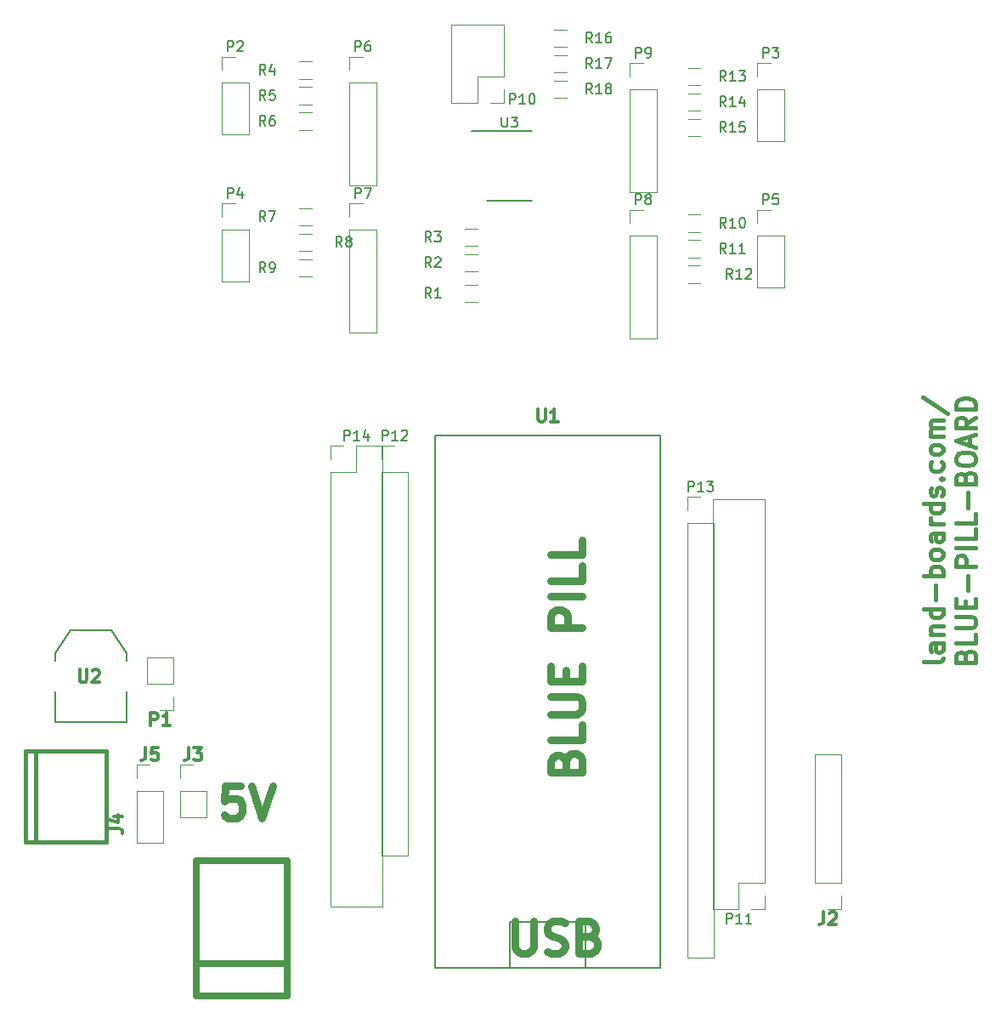
<source format=gbr>
G04 #@! TF.GenerationSoftware,KiCad,Pcbnew,(5.0.2)-1*
G04 #@! TF.CreationDate,2019-02-27T20:45:44-05:00*
G04 #@! TF.ProjectId,Blue-Pill-Board,426c7565-2d50-4696-9c6c-2d426f617264,X1*
G04 #@! TF.SameCoordinates,Original*
G04 #@! TF.FileFunction,Legend,Top*
G04 #@! TF.FilePolarity,Positive*
%FSLAX46Y46*%
G04 Gerber Fmt 4.6, Leading zero omitted, Abs format (unit mm)*
G04 Created by KiCad (PCBNEW (5.0.2)-1) date 2/27/2019 8:45:44 PM*
%MOMM*%
%LPD*%
G01*
G04 APERTURE LIST*
%ADD10C,0.793750*%
%ADD11C,0.381000*%
%ADD12C,0.650000*%
%ADD13C,0.150000*%
%ADD14C,0.120000*%
%ADD15C,0.203200*%
%ADD16C,0.317500*%
G04 APERTURE END LIST*
D10*
X57715452Y-100623309D02*
X57715452Y-103193547D01*
X57866642Y-103495928D01*
X58017833Y-103647119D01*
X58320214Y-103798309D01*
X58924976Y-103798309D01*
X59227357Y-103647119D01*
X59378547Y-103495928D01*
X59529738Y-103193547D01*
X59529738Y-100623309D01*
X60890452Y-103647119D02*
X61344023Y-103798309D01*
X62099976Y-103798309D01*
X62402357Y-103647119D01*
X62553547Y-103495928D01*
X62704738Y-103193547D01*
X62704738Y-102891166D01*
X62553547Y-102588785D01*
X62402357Y-102437595D01*
X62099976Y-102286404D01*
X61495214Y-102135214D01*
X61192833Y-101984023D01*
X61041642Y-101832833D01*
X60890452Y-101530452D01*
X60890452Y-101228071D01*
X61041642Y-100925690D01*
X61192833Y-100774500D01*
X61495214Y-100623309D01*
X62251166Y-100623309D01*
X62704738Y-100774500D01*
X65123785Y-102135214D02*
X65577357Y-102286404D01*
X65728547Y-102437595D01*
X65879738Y-102739976D01*
X65879738Y-103193547D01*
X65728547Y-103495928D01*
X65577357Y-103647119D01*
X65274976Y-103798309D01*
X64065452Y-103798309D01*
X64065452Y-100623309D01*
X65123785Y-100623309D01*
X65426166Y-100774500D01*
X65577357Y-100925690D01*
X65728547Y-101228071D01*
X65728547Y-101530452D01*
X65577357Y-101832833D01*
X65426166Y-101984023D01*
X65123785Y-102135214D01*
X64065452Y-102135214D01*
X62765214Y-84702952D02*
X62916404Y-84249380D01*
X63067595Y-84098190D01*
X63369976Y-83947000D01*
X63823547Y-83947000D01*
X64125928Y-84098190D01*
X64277119Y-84249380D01*
X64428309Y-84551761D01*
X64428309Y-85761285D01*
X61253309Y-85761285D01*
X61253309Y-84702952D01*
X61404500Y-84400571D01*
X61555690Y-84249380D01*
X61858071Y-84098190D01*
X62160452Y-84098190D01*
X62462833Y-84249380D01*
X62614023Y-84400571D01*
X62765214Y-84702952D01*
X62765214Y-85761285D01*
X64428309Y-81074380D02*
X64428309Y-82586285D01*
X61253309Y-82586285D01*
X61253309Y-80016047D02*
X63823547Y-80016047D01*
X64125928Y-79864857D01*
X64277119Y-79713666D01*
X64428309Y-79411285D01*
X64428309Y-78806523D01*
X64277119Y-78504142D01*
X64125928Y-78352952D01*
X63823547Y-78201761D01*
X61253309Y-78201761D01*
X62765214Y-76689857D02*
X62765214Y-75631523D01*
X64428309Y-75177952D02*
X64428309Y-76689857D01*
X61253309Y-76689857D01*
X61253309Y-75177952D01*
X64428309Y-71398190D02*
X61253309Y-71398190D01*
X61253309Y-70188666D01*
X61404500Y-69886285D01*
X61555690Y-69735095D01*
X61858071Y-69583904D01*
X62311642Y-69583904D01*
X62614023Y-69735095D01*
X62765214Y-69886285D01*
X62916404Y-70188666D01*
X62916404Y-71398190D01*
X64428309Y-68223190D02*
X61253309Y-68223190D01*
X64428309Y-65199380D02*
X64428309Y-66711285D01*
X61253309Y-66711285D01*
X64428309Y-62629142D02*
X64428309Y-64141047D01*
X61253309Y-64141047D01*
X30383238Y-87161309D02*
X28871333Y-87161309D01*
X28720142Y-88673214D01*
X28871333Y-88522023D01*
X29173714Y-88370833D01*
X29929666Y-88370833D01*
X30232047Y-88522023D01*
X30383238Y-88673214D01*
X30534428Y-88975595D01*
X30534428Y-89731547D01*
X30383238Y-90033928D01*
X30232047Y-90185119D01*
X29929666Y-90336309D01*
X29173714Y-90336309D01*
X28871333Y-90185119D01*
X28720142Y-90033928D01*
X31441571Y-87161309D02*
X32499904Y-90336309D01*
X33558238Y-87161309D01*
D11*
X100334535Y-74467357D02*
X100243821Y-74648785D01*
X100062392Y-74739500D01*
X98429535Y-74739500D01*
X100334535Y-72925214D02*
X99336678Y-72925214D01*
X99155250Y-73015928D01*
X99064535Y-73197357D01*
X99064535Y-73560214D01*
X99155250Y-73741642D01*
X100243821Y-72925214D02*
X100334535Y-73106642D01*
X100334535Y-73560214D01*
X100243821Y-73741642D01*
X100062392Y-73832357D01*
X99880964Y-73832357D01*
X99699535Y-73741642D01*
X99608821Y-73560214D01*
X99608821Y-73106642D01*
X99518107Y-72925214D01*
X99064535Y-72018071D02*
X100334535Y-72018071D01*
X99245964Y-72018071D02*
X99155250Y-71927357D01*
X99064535Y-71745928D01*
X99064535Y-71473785D01*
X99155250Y-71292357D01*
X99336678Y-71201642D01*
X100334535Y-71201642D01*
X100334535Y-69478071D02*
X98429535Y-69478071D01*
X100243821Y-69478071D02*
X100334535Y-69659500D01*
X100334535Y-70022357D01*
X100243821Y-70203785D01*
X100153107Y-70294500D01*
X99971678Y-70385214D01*
X99427392Y-70385214D01*
X99245964Y-70294500D01*
X99155250Y-70203785D01*
X99064535Y-70022357D01*
X99064535Y-69659500D01*
X99155250Y-69478071D01*
X99608821Y-68570928D02*
X99608821Y-67119500D01*
X100334535Y-66212357D02*
X98429535Y-66212357D01*
X99155250Y-66212357D02*
X99064535Y-66030928D01*
X99064535Y-65668071D01*
X99155250Y-65486642D01*
X99245964Y-65395928D01*
X99427392Y-65305214D01*
X99971678Y-65305214D01*
X100153107Y-65395928D01*
X100243821Y-65486642D01*
X100334535Y-65668071D01*
X100334535Y-66030928D01*
X100243821Y-66212357D01*
X100334535Y-64216642D02*
X100243821Y-64398071D01*
X100153107Y-64488785D01*
X99971678Y-64579500D01*
X99427392Y-64579500D01*
X99245964Y-64488785D01*
X99155250Y-64398071D01*
X99064535Y-64216642D01*
X99064535Y-63944500D01*
X99155250Y-63763071D01*
X99245964Y-63672357D01*
X99427392Y-63581642D01*
X99971678Y-63581642D01*
X100153107Y-63672357D01*
X100243821Y-63763071D01*
X100334535Y-63944500D01*
X100334535Y-64216642D01*
X100334535Y-61948785D02*
X99336678Y-61948785D01*
X99155250Y-62039500D01*
X99064535Y-62220928D01*
X99064535Y-62583785D01*
X99155250Y-62765214D01*
X100243821Y-61948785D02*
X100334535Y-62130214D01*
X100334535Y-62583785D01*
X100243821Y-62765214D01*
X100062392Y-62855928D01*
X99880964Y-62855928D01*
X99699535Y-62765214D01*
X99608821Y-62583785D01*
X99608821Y-62130214D01*
X99518107Y-61948785D01*
X100334535Y-61041642D02*
X99064535Y-61041642D01*
X99427392Y-61041642D02*
X99245964Y-60950928D01*
X99155250Y-60860214D01*
X99064535Y-60678785D01*
X99064535Y-60497357D01*
X100334535Y-59045928D02*
X98429535Y-59045928D01*
X100243821Y-59045928D02*
X100334535Y-59227357D01*
X100334535Y-59590214D01*
X100243821Y-59771642D01*
X100153107Y-59862357D01*
X99971678Y-59953071D01*
X99427392Y-59953071D01*
X99245964Y-59862357D01*
X99155250Y-59771642D01*
X99064535Y-59590214D01*
X99064535Y-59227357D01*
X99155250Y-59045928D01*
X100243821Y-58229500D02*
X100334535Y-58048071D01*
X100334535Y-57685214D01*
X100243821Y-57503785D01*
X100062392Y-57413071D01*
X99971678Y-57413071D01*
X99790250Y-57503785D01*
X99699535Y-57685214D01*
X99699535Y-57957357D01*
X99608821Y-58138785D01*
X99427392Y-58229500D01*
X99336678Y-58229500D01*
X99155250Y-58138785D01*
X99064535Y-57957357D01*
X99064535Y-57685214D01*
X99155250Y-57503785D01*
X100153107Y-56596642D02*
X100243821Y-56505928D01*
X100334535Y-56596642D01*
X100243821Y-56687357D01*
X100153107Y-56596642D01*
X100334535Y-56596642D01*
X100243821Y-54873071D02*
X100334535Y-55054500D01*
X100334535Y-55417357D01*
X100243821Y-55598785D01*
X100153107Y-55689500D01*
X99971678Y-55780214D01*
X99427392Y-55780214D01*
X99245964Y-55689500D01*
X99155250Y-55598785D01*
X99064535Y-55417357D01*
X99064535Y-55054500D01*
X99155250Y-54873071D01*
X100334535Y-53784500D02*
X100243821Y-53965928D01*
X100153107Y-54056642D01*
X99971678Y-54147357D01*
X99427392Y-54147357D01*
X99245964Y-54056642D01*
X99155250Y-53965928D01*
X99064535Y-53784500D01*
X99064535Y-53512357D01*
X99155250Y-53330928D01*
X99245964Y-53240214D01*
X99427392Y-53149500D01*
X99971678Y-53149500D01*
X100153107Y-53240214D01*
X100243821Y-53330928D01*
X100334535Y-53512357D01*
X100334535Y-53784500D01*
X100334535Y-52333071D02*
X99064535Y-52333071D01*
X99245964Y-52333071D02*
X99155250Y-52242357D01*
X99064535Y-52060928D01*
X99064535Y-51788785D01*
X99155250Y-51607357D01*
X99336678Y-51516642D01*
X100334535Y-51516642D01*
X99336678Y-51516642D02*
X99155250Y-51425928D01*
X99064535Y-51244500D01*
X99064535Y-50972357D01*
X99155250Y-50790928D01*
X99336678Y-50700214D01*
X100334535Y-50700214D01*
X98338821Y-48432357D02*
X100788107Y-50065214D01*
X102575178Y-74195214D02*
X102665892Y-73923071D01*
X102756607Y-73832357D01*
X102938035Y-73741642D01*
X103210178Y-73741642D01*
X103391607Y-73832357D01*
X103482321Y-73923071D01*
X103573035Y-74104500D01*
X103573035Y-74830214D01*
X101668035Y-74830214D01*
X101668035Y-74195214D01*
X101758750Y-74013785D01*
X101849464Y-73923071D01*
X102030892Y-73832357D01*
X102212321Y-73832357D01*
X102393750Y-73923071D01*
X102484464Y-74013785D01*
X102575178Y-74195214D01*
X102575178Y-74830214D01*
X103573035Y-72018071D02*
X103573035Y-72925214D01*
X101668035Y-72925214D01*
X101668035Y-71383071D02*
X103210178Y-71383071D01*
X103391607Y-71292357D01*
X103482321Y-71201642D01*
X103573035Y-71020214D01*
X103573035Y-70657357D01*
X103482321Y-70475928D01*
X103391607Y-70385214D01*
X103210178Y-70294500D01*
X101668035Y-70294500D01*
X102575178Y-69387357D02*
X102575178Y-68752357D01*
X103573035Y-68480214D02*
X103573035Y-69387357D01*
X101668035Y-69387357D01*
X101668035Y-68480214D01*
X102847321Y-67663785D02*
X102847321Y-66212357D01*
X103573035Y-65305214D02*
X101668035Y-65305214D01*
X101668035Y-64579500D01*
X101758750Y-64398071D01*
X101849464Y-64307357D01*
X102030892Y-64216642D01*
X102303035Y-64216642D01*
X102484464Y-64307357D01*
X102575178Y-64398071D01*
X102665892Y-64579500D01*
X102665892Y-65305214D01*
X103573035Y-63400214D02*
X101668035Y-63400214D01*
X103573035Y-61585928D02*
X103573035Y-62493071D01*
X101668035Y-62493071D01*
X103573035Y-60043785D02*
X103573035Y-60950928D01*
X101668035Y-60950928D01*
X102847321Y-59408785D02*
X102847321Y-57957357D01*
X102575178Y-56415214D02*
X102665892Y-56143071D01*
X102756607Y-56052357D01*
X102938035Y-55961642D01*
X103210178Y-55961642D01*
X103391607Y-56052357D01*
X103482321Y-56143071D01*
X103573035Y-56324500D01*
X103573035Y-57050214D01*
X101668035Y-57050214D01*
X101668035Y-56415214D01*
X101758750Y-56233785D01*
X101849464Y-56143071D01*
X102030892Y-56052357D01*
X102212321Y-56052357D01*
X102393750Y-56143071D01*
X102484464Y-56233785D01*
X102575178Y-56415214D01*
X102575178Y-57050214D01*
X101668035Y-54782357D02*
X101668035Y-54419500D01*
X101758750Y-54238071D01*
X101940178Y-54056642D01*
X102303035Y-53965928D01*
X102938035Y-53965928D01*
X103300892Y-54056642D01*
X103482321Y-54238071D01*
X103573035Y-54419500D01*
X103573035Y-54782357D01*
X103482321Y-54963785D01*
X103300892Y-55145214D01*
X102938035Y-55235928D01*
X102303035Y-55235928D01*
X101940178Y-55145214D01*
X101758750Y-54963785D01*
X101668035Y-54782357D01*
X103028750Y-53240214D02*
X103028750Y-52333071D01*
X103573035Y-53421642D02*
X101668035Y-52786642D01*
X103573035Y-52151642D01*
X103573035Y-50428071D02*
X102665892Y-51063071D01*
X103573035Y-51516642D02*
X101668035Y-51516642D01*
X101668035Y-50790928D01*
X101758750Y-50609500D01*
X101849464Y-50518785D01*
X102030892Y-50428071D01*
X102303035Y-50428071D01*
X102484464Y-50518785D01*
X102575178Y-50609500D01*
X102665892Y-50790928D01*
X102665892Y-51516642D01*
X103573035Y-49611642D02*
X101668035Y-49611642D01*
X101668035Y-49158071D01*
X101758750Y-48885928D01*
X101940178Y-48704500D01*
X102121607Y-48613785D01*
X102484464Y-48523071D01*
X102756607Y-48523071D01*
X103119464Y-48613785D01*
X103300892Y-48704500D01*
X103482321Y-48885928D01*
X103573035Y-49158071D01*
X103573035Y-49611642D01*
D12*
G04 #@! TO.C,J1*
X34980000Y-104784000D02*
X25980000Y-104784000D01*
X25980000Y-108084000D02*
X34980000Y-108084000D01*
X25980000Y-108084000D02*
X25980000Y-94584000D01*
X25980000Y-94584000D02*
X34980000Y-94584000D01*
X34980000Y-108084000D02*
X34980000Y-94584000D01*
D13*
G04 #@! TO.C,U1*
X64760000Y-105140000D02*
X64760000Y-100640000D01*
X64760000Y-100640000D02*
X57160000Y-100640000D01*
X57160000Y-100640000D02*
X57160000Y-105140000D01*
X72210000Y-105240000D02*
X49710000Y-105240000D01*
X49710000Y-105240000D02*
X49710000Y-52240000D01*
X49710000Y-52240000D02*
X72210000Y-52240000D01*
X72210000Y-52240000D02*
X72210000Y-105240000D01*
D14*
G04 #@! TO.C,J2*
X90230000Y-84014000D02*
X87570000Y-84014000D01*
X90230000Y-96774000D02*
X90230000Y-84014000D01*
X87570000Y-96774000D02*
X87570000Y-84014000D01*
X90230000Y-96774000D02*
X87570000Y-96774000D01*
X90230000Y-98044000D02*
X90230000Y-99374000D01*
X90230000Y-99374000D02*
X88900000Y-99374000D01*
G04 #@! TO.C,J3*
X24324000Y-90230000D02*
X26984000Y-90230000D01*
X24324000Y-87630000D02*
X24324000Y-90230000D01*
X26984000Y-87630000D02*
X26984000Y-90230000D01*
X24324000Y-87630000D02*
X26984000Y-87630000D01*
X24324000Y-86360000D02*
X24324000Y-85030000D01*
X24324000Y-85030000D02*
X25654000Y-85030000D01*
D11*
G04 #@! TO.C,J4*
X8962000Y-92678000D02*
X16962000Y-92678000D01*
X8962000Y-83678000D02*
X16962000Y-83678000D01*
X16962000Y-92678000D02*
X16962000Y-83678000D01*
X9962000Y-92678000D02*
X9962000Y-83678000D01*
X8962000Y-92678000D02*
X8962000Y-83678000D01*
D14*
G04 #@! TO.C,J5*
X20006000Y-92770000D02*
X22666000Y-92770000D01*
X20006000Y-87630000D02*
X20006000Y-92770000D01*
X22666000Y-87630000D02*
X22666000Y-92770000D01*
X20006000Y-87630000D02*
X22666000Y-87630000D01*
X20006000Y-86360000D02*
X20006000Y-85030000D01*
X20006000Y-85030000D02*
X21336000Y-85030000D01*
G04 #@! TO.C,P1*
X23682000Y-74362000D02*
X21022000Y-74362000D01*
X23682000Y-76962000D02*
X23682000Y-74362000D01*
X21022000Y-76962000D02*
X21022000Y-74362000D01*
X23682000Y-76962000D02*
X21022000Y-76962000D01*
X23682000Y-78232000D02*
X23682000Y-79562000D01*
X23682000Y-79562000D02*
X22352000Y-79562000D01*
D15*
G04 #@! TO.C,U2*
X11938000Y-77724000D02*
X11938000Y-80772000D01*
X11938000Y-80772000D02*
X19050000Y-80772000D01*
X19050000Y-80772000D02*
X19050000Y-77724000D01*
X11938000Y-74676000D02*
X11938000Y-73914000D01*
X11938000Y-73914000D02*
X13462000Y-71628000D01*
X13462000Y-71628000D02*
X17526000Y-71628000D01*
X17526000Y-71628000D02*
X19050000Y-73914000D01*
X19050000Y-73914000D02*
X19050000Y-74676000D01*
D14*
G04 #@! TO.C,P10*
X56575000Y-11370000D02*
X51375000Y-11370000D01*
X56575000Y-16510000D02*
X56575000Y-11370000D01*
X51375000Y-19110000D02*
X51375000Y-11370000D01*
X56575000Y-16510000D02*
X53975000Y-16510000D01*
X53975000Y-16510000D02*
X53975000Y-19110000D01*
X53975000Y-19110000D02*
X51375000Y-19110000D01*
X56575000Y-17780000D02*
X56575000Y-19110000D01*
X56575000Y-19110000D02*
X55245000Y-19110000D01*
G04 #@! TO.C,P11*
X82610000Y-58614000D02*
X77410000Y-58614000D01*
X82610000Y-96774000D02*
X82610000Y-58614000D01*
X77410000Y-99374000D02*
X77410000Y-58614000D01*
X82610000Y-96774000D02*
X80010000Y-96774000D01*
X80010000Y-96774000D02*
X80010000Y-99374000D01*
X80010000Y-99374000D02*
X77410000Y-99374000D01*
X82610000Y-98044000D02*
X82610000Y-99374000D01*
X82610000Y-99374000D02*
X81280000Y-99374000D01*
G04 #@! TO.C,P12*
X44390000Y-94040000D02*
X47050000Y-94040000D01*
X44390000Y-55880000D02*
X44390000Y-94040000D01*
X47050000Y-55880000D02*
X47050000Y-94040000D01*
X44390000Y-55880000D02*
X47050000Y-55880000D01*
X44390000Y-54610000D02*
X44390000Y-53280000D01*
X44390000Y-53280000D02*
X45720000Y-53280000D01*
G04 #@! TO.C,P14*
X39310000Y-99120000D02*
X44510000Y-99120000D01*
X39310000Y-55880000D02*
X39310000Y-99120000D01*
X44510000Y-53280000D02*
X44510000Y-99120000D01*
X39310000Y-55880000D02*
X41910000Y-55880000D01*
X41910000Y-55880000D02*
X41910000Y-53280000D01*
X41910000Y-53280000D02*
X44510000Y-53280000D01*
X39310000Y-54610000D02*
X39310000Y-53280000D01*
X39310000Y-53280000D02*
X40640000Y-53280000D01*
G04 #@! TO.C,R1*
X53940000Y-38980000D02*
X52740000Y-38980000D01*
X52740000Y-37220000D02*
X53940000Y-37220000D01*
G04 #@! TO.C,R2*
X53940000Y-35932000D02*
X52740000Y-35932000D01*
X52740000Y-34172000D02*
X53940000Y-34172000D01*
G04 #@! TO.C,R3*
X53940000Y-33392000D02*
X52740000Y-33392000D01*
X52740000Y-31632000D02*
X53940000Y-31632000D01*
G04 #@! TO.C,R4*
X37430000Y-16755000D02*
X36230000Y-16755000D01*
X36230000Y-14995000D02*
X37430000Y-14995000D01*
G04 #@! TO.C,R5*
X37430000Y-19295000D02*
X36230000Y-19295000D01*
X36230000Y-17535000D02*
X37430000Y-17535000D01*
G04 #@! TO.C,R6*
X37430000Y-21835000D02*
X36230000Y-21835000D01*
X36230000Y-20075000D02*
X37430000Y-20075000D01*
G04 #@! TO.C,R7*
X37430000Y-31360000D02*
X36230000Y-31360000D01*
X36230000Y-29600000D02*
X37430000Y-29600000D01*
G04 #@! TO.C,R8*
X37430000Y-33900000D02*
X36230000Y-33900000D01*
X36230000Y-32140000D02*
X37430000Y-32140000D01*
G04 #@! TO.C,R9*
X37430000Y-36440000D02*
X36230000Y-36440000D01*
X36230000Y-34680000D02*
X37430000Y-34680000D01*
G04 #@! TO.C,R10*
X74965000Y-30235000D02*
X76165000Y-30235000D01*
X76165000Y-31995000D02*
X74965000Y-31995000D01*
G04 #@! TO.C,R11*
X74965000Y-32775000D02*
X76165000Y-32775000D01*
X76165000Y-34535000D02*
X74965000Y-34535000D01*
G04 #@! TO.C,R12*
X74965000Y-35315000D02*
X76165000Y-35315000D01*
X76165000Y-37075000D02*
X74965000Y-37075000D01*
G04 #@! TO.C,R13*
X74965000Y-15630000D02*
X76165000Y-15630000D01*
X76165000Y-17390000D02*
X74965000Y-17390000D01*
G04 #@! TO.C,R14*
X74965000Y-18170000D02*
X76165000Y-18170000D01*
X76165000Y-19930000D02*
X74965000Y-19930000D01*
G04 #@! TO.C,R15*
X74965000Y-20710000D02*
X76165000Y-20710000D01*
X76165000Y-22470000D02*
X74965000Y-22470000D01*
G04 #@! TO.C,R16*
X61630000Y-11820000D02*
X62830000Y-11820000D01*
X62830000Y-13580000D02*
X61630000Y-13580000D01*
G04 #@! TO.C,R17*
X61630000Y-14360000D02*
X62830000Y-14360000D01*
X62830000Y-16120000D02*
X61630000Y-16120000D01*
G04 #@! TO.C,R18*
X61630000Y-16900000D02*
X62830000Y-16900000D01*
X62830000Y-18660000D02*
X61630000Y-18660000D01*
G04 #@! TO.C,P13*
X74870000Y-104200000D02*
X77530000Y-104200000D01*
X74870000Y-60960000D02*
X74870000Y-104200000D01*
X77530000Y-60960000D02*
X77530000Y-104200000D01*
X74870000Y-60960000D02*
X77530000Y-60960000D01*
X74870000Y-59690000D02*
X74870000Y-58360000D01*
X74870000Y-58360000D02*
X76200000Y-58360000D01*
G04 #@! TO.C,P2*
X28515000Y-22285000D02*
X31175000Y-22285000D01*
X28515000Y-17145000D02*
X28515000Y-22285000D01*
X31175000Y-17145000D02*
X31175000Y-22285000D01*
X28515000Y-17145000D02*
X31175000Y-17145000D01*
X28515000Y-15875000D02*
X28515000Y-14545000D01*
X28515000Y-14545000D02*
X29845000Y-14545000D01*
G04 #@! TO.C,P3*
X81855000Y-15180000D02*
X83185000Y-15180000D01*
X81855000Y-16510000D02*
X81855000Y-15180000D01*
X81855000Y-17780000D02*
X84515000Y-17780000D01*
X84515000Y-17780000D02*
X84515000Y-22920000D01*
X81855000Y-17780000D02*
X81855000Y-22920000D01*
X81855000Y-22920000D02*
X84515000Y-22920000D01*
G04 #@! TO.C,P4*
X28515000Y-29150000D02*
X29845000Y-29150000D01*
X28515000Y-30480000D02*
X28515000Y-29150000D01*
X28515000Y-31750000D02*
X31175000Y-31750000D01*
X31175000Y-31750000D02*
X31175000Y-36890000D01*
X28515000Y-31750000D02*
X28515000Y-36890000D01*
X28515000Y-36890000D02*
X31175000Y-36890000D01*
G04 #@! TO.C,P5*
X81855000Y-37525000D02*
X84515000Y-37525000D01*
X81855000Y-32385000D02*
X81855000Y-37525000D01*
X84515000Y-32385000D02*
X84515000Y-37525000D01*
X81855000Y-32385000D02*
X84515000Y-32385000D01*
X81855000Y-31115000D02*
X81855000Y-29785000D01*
X81855000Y-29785000D02*
X83185000Y-29785000D01*
D13*
G04 #@! TO.C,U3*
X53400000Y-21950000D02*
X59375000Y-21950000D01*
X54925000Y-28850000D02*
X59375000Y-28850000D01*
D14*
G04 #@! TO.C,P6*
X41215000Y-27365000D02*
X43875000Y-27365000D01*
X41215000Y-17145000D02*
X41215000Y-27365000D01*
X43875000Y-17145000D02*
X43875000Y-27365000D01*
X41215000Y-17145000D02*
X43875000Y-17145000D01*
X41215000Y-15875000D02*
X41215000Y-14545000D01*
X41215000Y-14545000D02*
X42545000Y-14545000D01*
G04 #@! TO.C,P7*
X41215000Y-29150000D02*
X42545000Y-29150000D01*
X41215000Y-30480000D02*
X41215000Y-29150000D01*
X41215000Y-31750000D02*
X43875000Y-31750000D01*
X43875000Y-31750000D02*
X43875000Y-41970000D01*
X41215000Y-31750000D02*
X41215000Y-41970000D01*
X41215000Y-41970000D02*
X43875000Y-41970000D01*
G04 #@! TO.C,P8*
X69155000Y-42605000D02*
X71815000Y-42605000D01*
X69155000Y-32385000D02*
X69155000Y-42605000D01*
X71815000Y-32385000D02*
X71815000Y-42605000D01*
X69155000Y-32385000D02*
X71815000Y-32385000D01*
X69155000Y-31115000D02*
X69155000Y-29785000D01*
X69155000Y-29785000D02*
X70485000Y-29785000D01*
G04 #@! TO.C,P9*
X69155000Y-15180000D02*
X70485000Y-15180000D01*
X69155000Y-16510000D02*
X69155000Y-15180000D01*
X69155000Y-17780000D02*
X71815000Y-17780000D01*
X71815000Y-17780000D02*
X71815000Y-28000000D01*
X69155000Y-17780000D02*
X69155000Y-28000000D01*
X69155000Y-28000000D02*
X71815000Y-28000000D01*
G04 #@! TO.C,U1*
D16*
X59992380Y-49596523D02*
X59992380Y-50624619D01*
X60052857Y-50745571D01*
X60113333Y-50806047D01*
X60234285Y-50866523D01*
X60476190Y-50866523D01*
X60597142Y-50806047D01*
X60657619Y-50745571D01*
X60718095Y-50624619D01*
X60718095Y-49596523D01*
X61988095Y-50866523D02*
X61262380Y-50866523D01*
X61625238Y-50866523D02*
X61625238Y-49596523D01*
X61504285Y-49777952D01*
X61383333Y-49898904D01*
X61262380Y-49959380D01*
G04 #@! TO.C,J2*
X88476666Y-99678523D02*
X88476666Y-100585666D01*
X88416190Y-100767095D01*
X88295238Y-100888047D01*
X88113809Y-100948523D01*
X87992857Y-100948523D01*
X89020952Y-99799476D02*
X89081428Y-99739000D01*
X89202380Y-99678523D01*
X89504761Y-99678523D01*
X89625714Y-99739000D01*
X89686190Y-99799476D01*
X89746666Y-99920428D01*
X89746666Y-100041380D01*
X89686190Y-100222809D01*
X88960476Y-100948523D01*
X89746666Y-100948523D01*
G04 #@! TO.C,J3*
X25230666Y-83334523D02*
X25230666Y-84241666D01*
X25170190Y-84423095D01*
X25049238Y-84544047D01*
X24867809Y-84604523D01*
X24746857Y-84604523D01*
X25714476Y-83334523D02*
X26500666Y-83334523D01*
X26077333Y-83818333D01*
X26258761Y-83818333D01*
X26379714Y-83878809D01*
X26440190Y-83939285D01*
X26500666Y-84060238D01*
X26500666Y-84362619D01*
X26440190Y-84483571D01*
X26379714Y-84544047D01*
X26258761Y-84604523D01*
X25895904Y-84604523D01*
X25774952Y-84544047D01*
X25714476Y-84483571D01*
G04 #@! TO.C,J4*
X17338523Y-91355333D02*
X18245666Y-91355333D01*
X18427095Y-91415809D01*
X18548047Y-91536761D01*
X18608523Y-91718190D01*
X18608523Y-91839142D01*
X17761857Y-90206285D02*
X18608523Y-90206285D01*
X17278047Y-90508666D02*
X18185190Y-90811047D01*
X18185190Y-90024857D01*
G04 #@! TO.C,J5*
X20912666Y-83334523D02*
X20912666Y-84241666D01*
X20852190Y-84423095D01*
X20731238Y-84544047D01*
X20549809Y-84604523D01*
X20428857Y-84604523D01*
X22122190Y-83334523D02*
X21517428Y-83334523D01*
X21456952Y-83939285D01*
X21517428Y-83878809D01*
X21638380Y-83818333D01*
X21940761Y-83818333D01*
X22061714Y-83878809D01*
X22122190Y-83939285D01*
X22182666Y-84060238D01*
X22182666Y-84362619D01*
X22122190Y-84483571D01*
X22061714Y-84544047D01*
X21940761Y-84604523D01*
X21638380Y-84604523D01*
X21517428Y-84544047D01*
X21456952Y-84483571D01*
G04 #@! TO.C,P1*
X21414619Y-81136523D02*
X21414619Y-79866523D01*
X21898428Y-79866523D01*
X22019380Y-79927000D01*
X22079857Y-79987476D01*
X22140333Y-80108428D01*
X22140333Y-80289857D01*
X22079857Y-80410809D01*
X22019380Y-80471285D01*
X21898428Y-80531761D01*
X21414619Y-80531761D01*
X23349857Y-81136523D02*
X22624142Y-81136523D01*
X22987000Y-81136523D02*
X22987000Y-79866523D01*
X22866047Y-80047952D01*
X22745095Y-80168904D01*
X22624142Y-80229380D01*
G04 #@! TO.C,U2*
X14323180Y-75555323D02*
X14323180Y-76583419D01*
X14383657Y-76704371D01*
X14444133Y-76764847D01*
X14565085Y-76825323D01*
X14806990Y-76825323D01*
X14927942Y-76764847D01*
X14988419Y-76704371D01*
X15048895Y-76583419D01*
X15048895Y-75555323D01*
X15593180Y-75676276D02*
X15653657Y-75615800D01*
X15774609Y-75555323D01*
X16076990Y-75555323D01*
X16197942Y-75615800D01*
X16258419Y-75676276D01*
X16318895Y-75797228D01*
X16318895Y-75918180D01*
X16258419Y-76099609D01*
X15532704Y-76825323D01*
X16318895Y-76825323D01*
G04 #@! TO.C,P10*
D13*
X57205714Y-19248380D02*
X57205714Y-18248380D01*
X57586666Y-18248380D01*
X57681904Y-18296000D01*
X57729523Y-18343619D01*
X57777142Y-18438857D01*
X57777142Y-18581714D01*
X57729523Y-18676952D01*
X57681904Y-18724571D01*
X57586666Y-18772190D01*
X57205714Y-18772190D01*
X58729523Y-19248380D02*
X58158095Y-19248380D01*
X58443809Y-19248380D02*
X58443809Y-18248380D01*
X58348571Y-18391238D01*
X58253333Y-18486476D01*
X58158095Y-18534095D01*
X59348571Y-18248380D02*
X59443809Y-18248380D01*
X59539047Y-18296000D01*
X59586666Y-18343619D01*
X59634285Y-18438857D01*
X59681904Y-18629333D01*
X59681904Y-18867428D01*
X59634285Y-19057904D01*
X59586666Y-19153142D01*
X59539047Y-19200761D01*
X59443809Y-19248380D01*
X59348571Y-19248380D01*
X59253333Y-19200761D01*
X59205714Y-19153142D01*
X59158095Y-19057904D01*
X59110476Y-18867428D01*
X59110476Y-18629333D01*
X59158095Y-18438857D01*
X59205714Y-18343619D01*
X59253333Y-18296000D01*
X59348571Y-18248380D01*
G04 #@! TO.C,P11*
X78795714Y-100826380D02*
X78795714Y-99826380D01*
X79176666Y-99826380D01*
X79271904Y-99874000D01*
X79319523Y-99921619D01*
X79367142Y-100016857D01*
X79367142Y-100159714D01*
X79319523Y-100254952D01*
X79271904Y-100302571D01*
X79176666Y-100350190D01*
X78795714Y-100350190D01*
X80319523Y-100826380D02*
X79748095Y-100826380D01*
X80033809Y-100826380D02*
X80033809Y-99826380D01*
X79938571Y-99969238D01*
X79843333Y-100064476D01*
X79748095Y-100112095D01*
X81271904Y-100826380D02*
X80700476Y-100826380D01*
X80986190Y-100826380D02*
X80986190Y-99826380D01*
X80890952Y-99969238D01*
X80795714Y-100064476D01*
X80700476Y-100112095D01*
G04 #@! TO.C,P12*
X44505714Y-52732380D02*
X44505714Y-51732380D01*
X44886666Y-51732380D01*
X44981904Y-51780000D01*
X45029523Y-51827619D01*
X45077142Y-51922857D01*
X45077142Y-52065714D01*
X45029523Y-52160952D01*
X44981904Y-52208571D01*
X44886666Y-52256190D01*
X44505714Y-52256190D01*
X46029523Y-52732380D02*
X45458095Y-52732380D01*
X45743809Y-52732380D02*
X45743809Y-51732380D01*
X45648571Y-51875238D01*
X45553333Y-51970476D01*
X45458095Y-52018095D01*
X46410476Y-51827619D02*
X46458095Y-51780000D01*
X46553333Y-51732380D01*
X46791428Y-51732380D01*
X46886666Y-51780000D01*
X46934285Y-51827619D01*
X46981904Y-51922857D01*
X46981904Y-52018095D01*
X46934285Y-52160952D01*
X46362857Y-52732380D01*
X46981904Y-52732380D01*
G04 #@! TO.C,P14*
X40695714Y-52732380D02*
X40695714Y-51732380D01*
X41076666Y-51732380D01*
X41171904Y-51780000D01*
X41219523Y-51827619D01*
X41267142Y-51922857D01*
X41267142Y-52065714D01*
X41219523Y-52160952D01*
X41171904Y-52208571D01*
X41076666Y-52256190D01*
X40695714Y-52256190D01*
X42219523Y-52732380D02*
X41648095Y-52732380D01*
X41933809Y-52732380D02*
X41933809Y-51732380D01*
X41838571Y-51875238D01*
X41743333Y-51970476D01*
X41648095Y-52018095D01*
X43076666Y-52065714D02*
X43076666Y-52732380D01*
X42838571Y-51684761D02*
X42600476Y-52399047D01*
X43219523Y-52399047D01*
G04 #@! TO.C,R1*
X49363333Y-38552380D02*
X49030000Y-38076190D01*
X48791904Y-38552380D02*
X48791904Y-37552380D01*
X49172857Y-37552380D01*
X49268095Y-37600000D01*
X49315714Y-37647619D01*
X49363333Y-37742857D01*
X49363333Y-37885714D01*
X49315714Y-37980952D01*
X49268095Y-38028571D01*
X49172857Y-38076190D01*
X48791904Y-38076190D01*
X50315714Y-38552380D02*
X49744285Y-38552380D01*
X50030000Y-38552380D02*
X50030000Y-37552380D01*
X49934761Y-37695238D01*
X49839523Y-37790476D01*
X49744285Y-37838095D01*
G04 #@! TO.C,R2*
X49363333Y-35504380D02*
X49030000Y-35028190D01*
X48791904Y-35504380D02*
X48791904Y-34504380D01*
X49172857Y-34504380D01*
X49268095Y-34552000D01*
X49315714Y-34599619D01*
X49363333Y-34694857D01*
X49363333Y-34837714D01*
X49315714Y-34932952D01*
X49268095Y-34980571D01*
X49172857Y-35028190D01*
X48791904Y-35028190D01*
X49744285Y-34599619D02*
X49791904Y-34552000D01*
X49887142Y-34504380D01*
X50125238Y-34504380D01*
X50220476Y-34552000D01*
X50268095Y-34599619D01*
X50315714Y-34694857D01*
X50315714Y-34790095D01*
X50268095Y-34932952D01*
X49696666Y-35504380D01*
X50315714Y-35504380D01*
G04 #@! TO.C,R3*
X49363333Y-32964380D02*
X49030000Y-32488190D01*
X48791904Y-32964380D02*
X48791904Y-31964380D01*
X49172857Y-31964380D01*
X49268095Y-32012000D01*
X49315714Y-32059619D01*
X49363333Y-32154857D01*
X49363333Y-32297714D01*
X49315714Y-32392952D01*
X49268095Y-32440571D01*
X49172857Y-32488190D01*
X48791904Y-32488190D01*
X49696666Y-31964380D02*
X50315714Y-31964380D01*
X49982380Y-32345333D01*
X50125238Y-32345333D01*
X50220476Y-32392952D01*
X50268095Y-32440571D01*
X50315714Y-32535809D01*
X50315714Y-32773904D01*
X50268095Y-32869142D01*
X50220476Y-32916761D01*
X50125238Y-32964380D01*
X49839523Y-32964380D01*
X49744285Y-32916761D01*
X49696666Y-32869142D01*
G04 #@! TO.C,R4*
X32853333Y-16327380D02*
X32520000Y-15851190D01*
X32281904Y-16327380D02*
X32281904Y-15327380D01*
X32662857Y-15327380D01*
X32758095Y-15375000D01*
X32805714Y-15422619D01*
X32853333Y-15517857D01*
X32853333Y-15660714D01*
X32805714Y-15755952D01*
X32758095Y-15803571D01*
X32662857Y-15851190D01*
X32281904Y-15851190D01*
X33710476Y-15660714D02*
X33710476Y-16327380D01*
X33472380Y-15279761D02*
X33234285Y-15994047D01*
X33853333Y-15994047D01*
G04 #@! TO.C,R5*
X32853333Y-18867380D02*
X32520000Y-18391190D01*
X32281904Y-18867380D02*
X32281904Y-17867380D01*
X32662857Y-17867380D01*
X32758095Y-17915000D01*
X32805714Y-17962619D01*
X32853333Y-18057857D01*
X32853333Y-18200714D01*
X32805714Y-18295952D01*
X32758095Y-18343571D01*
X32662857Y-18391190D01*
X32281904Y-18391190D01*
X33758095Y-17867380D02*
X33281904Y-17867380D01*
X33234285Y-18343571D01*
X33281904Y-18295952D01*
X33377142Y-18248333D01*
X33615238Y-18248333D01*
X33710476Y-18295952D01*
X33758095Y-18343571D01*
X33805714Y-18438809D01*
X33805714Y-18676904D01*
X33758095Y-18772142D01*
X33710476Y-18819761D01*
X33615238Y-18867380D01*
X33377142Y-18867380D01*
X33281904Y-18819761D01*
X33234285Y-18772142D01*
G04 #@! TO.C,R6*
X32853333Y-21407380D02*
X32520000Y-20931190D01*
X32281904Y-21407380D02*
X32281904Y-20407380D01*
X32662857Y-20407380D01*
X32758095Y-20455000D01*
X32805714Y-20502619D01*
X32853333Y-20597857D01*
X32853333Y-20740714D01*
X32805714Y-20835952D01*
X32758095Y-20883571D01*
X32662857Y-20931190D01*
X32281904Y-20931190D01*
X33710476Y-20407380D02*
X33520000Y-20407380D01*
X33424761Y-20455000D01*
X33377142Y-20502619D01*
X33281904Y-20645476D01*
X33234285Y-20835952D01*
X33234285Y-21216904D01*
X33281904Y-21312142D01*
X33329523Y-21359761D01*
X33424761Y-21407380D01*
X33615238Y-21407380D01*
X33710476Y-21359761D01*
X33758095Y-21312142D01*
X33805714Y-21216904D01*
X33805714Y-20978809D01*
X33758095Y-20883571D01*
X33710476Y-20835952D01*
X33615238Y-20788333D01*
X33424761Y-20788333D01*
X33329523Y-20835952D01*
X33281904Y-20883571D01*
X33234285Y-20978809D01*
G04 #@! TO.C,R7*
X32853333Y-30932380D02*
X32520000Y-30456190D01*
X32281904Y-30932380D02*
X32281904Y-29932380D01*
X32662857Y-29932380D01*
X32758095Y-29980000D01*
X32805714Y-30027619D01*
X32853333Y-30122857D01*
X32853333Y-30265714D01*
X32805714Y-30360952D01*
X32758095Y-30408571D01*
X32662857Y-30456190D01*
X32281904Y-30456190D01*
X33186666Y-29932380D02*
X33853333Y-29932380D01*
X33424761Y-30932380D01*
G04 #@! TO.C,R8*
X40473333Y-33472380D02*
X40140000Y-32996190D01*
X39901904Y-33472380D02*
X39901904Y-32472380D01*
X40282857Y-32472380D01*
X40378095Y-32520000D01*
X40425714Y-32567619D01*
X40473333Y-32662857D01*
X40473333Y-32805714D01*
X40425714Y-32900952D01*
X40378095Y-32948571D01*
X40282857Y-32996190D01*
X39901904Y-32996190D01*
X41044761Y-32900952D02*
X40949523Y-32853333D01*
X40901904Y-32805714D01*
X40854285Y-32710476D01*
X40854285Y-32662857D01*
X40901904Y-32567619D01*
X40949523Y-32520000D01*
X41044761Y-32472380D01*
X41235238Y-32472380D01*
X41330476Y-32520000D01*
X41378095Y-32567619D01*
X41425714Y-32662857D01*
X41425714Y-32710476D01*
X41378095Y-32805714D01*
X41330476Y-32853333D01*
X41235238Y-32900952D01*
X41044761Y-32900952D01*
X40949523Y-32948571D01*
X40901904Y-32996190D01*
X40854285Y-33091428D01*
X40854285Y-33281904D01*
X40901904Y-33377142D01*
X40949523Y-33424761D01*
X41044761Y-33472380D01*
X41235238Y-33472380D01*
X41330476Y-33424761D01*
X41378095Y-33377142D01*
X41425714Y-33281904D01*
X41425714Y-33091428D01*
X41378095Y-32996190D01*
X41330476Y-32948571D01*
X41235238Y-32900952D01*
G04 #@! TO.C,R9*
X32853333Y-36012380D02*
X32520000Y-35536190D01*
X32281904Y-36012380D02*
X32281904Y-35012380D01*
X32662857Y-35012380D01*
X32758095Y-35060000D01*
X32805714Y-35107619D01*
X32853333Y-35202857D01*
X32853333Y-35345714D01*
X32805714Y-35440952D01*
X32758095Y-35488571D01*
X32662857Y-35536190D01*
X32281904Y-35536190D01*
X33329523Y-36012380D02*
X33520000Y-36012380D01*
X33615238Y-35964761D01*
X33662857Y-35917142D01*
X33758095Y-35774285D01*
X33805714Y-35583809D01*
X33805714Y-35202857D01*
X33758095Y-35107619D01*
X33710476Y-35060000D01*
X33615238Y-35012380D01*
X33424761Y-35012380D01*
X33329523Y-35060000D01*
X33281904Y-35107619D01*
X33234285Y-35202857D01*
X33234285Y-35440952D01*
X33281904Y-35536190D01*
X33329523Y-35583809D01*
X33424761Y-35631428D01*
X33615238Y-35631428D01*
X33710476Y-35583809D01*
X33758095Y-35536190D01*
X33805714Y-35440952D01*
G04 #@! TO.C,R10*
X78732142Y-31567380D02*
X78398809Y-31091190D01*
X78160714Y-31567380D02*
X78160714Y-30567380D01*
X78541666Y-30567380D01*
X78636904Y-30615000D01*
X78684523Y-30662619D01*
X78732142Y-30757857D01*
X78732142Y-30900714D01*
X78684523Y-30995952D01*
X78636904Y-31043571D01*
X78541666Y-31091190D01*
X78160714Y-31091190D01*
X79684523Y-31567380D02*
X79113095Y-31567380D01*
X79398809Y-31567380D02*
X79398809Y-30567380D01*
X79303571Y-30710238D01*
X79208333Y-30805476D01*
X79113095Y-30853095D01*
X80303571Y-30567380D02*
X80398809Y-30567380D01*
X80494047Y-30615000D01*
X80541666Y-30662619D01*
X80589285Y-30757857D01*
X80636904Y-30948333D01*
X80636904Y-31186428D01*
X80589285Y-31376904D01*
X80541666Y-31472142D01*
X80494047Y-31519761D01*
X80398809Y-31567380D01*
X80303571Y-31567380D01*
X80208333Y-31519761D01*
X80160714Y-31472142D01*
X80113095Y-31376904D01*
X80065476Y-31186428D01*
X80065476Y-30948333D01*
X80113095Y-30757857D01*
X80160714Y-30662619D01*
X80208333Y-30615000D01*
X80303571Y-30567380D01*
G04 #@! TO.C,R11*
X78732142Y-34107380D02*
X78398809Y-33631190D01*
X78160714Y-34107380D02*
X78160714Y-33107380D01*
X78541666Y-33107380D01*
X78636904Y-33155000D01*
X78684523Y-33202619D01*
X78732142Y-33297857D01*
X78732142Y-33440714D01*
X78684523Y-33535952D01*
X78636904Y-33583571D01*
X78541666Y-33631190D01*
X78160714Y-33631190D01*
X79684523Y-34107380D02*
X79113095Y-34107380D01*
X79398809Y-34107380D02*
X79398809Y-33107380D01*
X79303571Y-33250238D01*
X79208333Y-33345476D01*
X79113095Y-33393095D01*
X80636904Y-34107380D02*
X80065476Y-34107380D01*
X80351190Y-34107380D02*
X80351190Y-33107380D01*
X80255952Y-33250238D01*
X80160714Y-33345476D01*
X80065476Y-33393095D01*
G04 #@! TO.C,R12*
X79367142Y-36647380D02*
X79033809Y-36171190D01*
X78795714Y-36647380D02*
X78795714Y-35647380D01*
X79176666Y-35647380D01*
X79271904Y-35695000D01*
X79319523Y-35742619D01*
X79367142Y-35837857D01*
X79367142Y-35980714D01*
X79319523Y-36075952D01*
X79271904Y-36123571D01*
X79176666Y-36171190D01*
X78795714Y-36171190D01*
X80319523Y-36647380D02*
X79748095Y-36647380D01*
X80033809Y-36647380D02*
X80033809Y-35647380D01*
X79938571Y-35790238D01*
X79843333Y-35885476D01*
X79748095Y-35933095D01*
X80700476Y-35742619D02*
X80748095Y-35695000D01*
X80843333Y-35647380D01*
X81081428Y-35647380D01*
X81176666Y-35695000D01*
X81224285Y-35742619D01*
X81271904Y-35837857D01*
X81271904Y-35933095D01*
X81224285Y-36075952D01*
X80652857Y-36647380D01*
X81271904Y-36647380D01*
G04 #@! TO.C,R13*
X78732142Y-16962380D02*
X78398809Y-16486190D01*
X78160714Y-16962380D02*
X78160714Y-15962380D01*
X78541666Y-15962380D01*
X78636904Y-16010000D01*
X78684523Y-16057619D01*
X78732142Y-16152857D01*
X78732142Y-16295714D01*
X78684523Y-16390952D01*
X78636904Y-16438571D01*
X78541666Y-16486190D01*
X78160714Y-16486190D01*
X79684523Y-16962380D02*
X79113095Y-16962380D01*
X79398809Y-16962380D02*
X79398809Y-15962380D01*
X79303571Y-16105238D01*
X79208333Y-16200476D01*
X79113095Y-16248095D01*
X80017857Y-15962380D02*
X80636904Y-15962380D01*
X80303571Y-16343333D01*
X80446428Y-16343333D01*
X80541666Y-16390952D01*
X80589285Y-16438571D01*
X80636904Y-16533809D01*
X80636904Y-16771904D01*
X80589285Y-16867142D01*
X80541666Y-16914761D01*
X80446428Y-16962380D01*
X80160714Y-16962380D01*
X80065476Y-16914761D01*
X80017857Y-16867142D01*
G04 #@! TO.C,R14*
X78732142Y-19502380D02*
X78398809Y-19026190D01*
X78160714Y-19502380D02*
X78160714Y-18502380D01*
X78541666Y-18502380D01*
X78636904Y-18550000D01*
X78684523Y-18597619D01*
X78732142Y-18692857D01*
X78732142Y-18835714D01*
X78684523Y-18930952D01*
X78636904Y-18978571D01*
X78541666Y-19026190D01*
X78160714Y-19026190D01*
X79684523Y-19502380D02*
X79113095Y-19502380D01*
X79398809Y-19502380D02*
X79398809Y-18502380D01*
X79303571Y-18645238D01*
X79208333Y-18740476D01*
X79113095Y-18788095D01*
X80541666Y-18835714D02*
X80541666Y-19502380D01*
X80303571Y-18454761D02*
X80065476Y-19169047D01*
X80684523Y-19169047D01*
G04 #@! TO.C,R15*
X78732142Y-22042380D02*
X78398809Y-21566190D01*
X78160714Y-22042380D02*
X78160714Y-21042380D01*
X78541666Y-21042380D01*
X78636904Y-21090000D01*
X78684523Y-21137619D01*
X78732142Y-21232857D01*
X78732142Y-21375714D01*
X78684523Y-21470952D01*
X78636904Y-21518571D01*
X78541666Y-21566190D01*
X78160714Y-21566190D01*
X79684523Y-22042380D02*
X79113095Y-22042380D01*
X79398809Y-22042380D02*
X79398809Y-21042380D01*
X79303571Y-21185238D01*
X79208333Y-21280476D01*
X79113095Y-21328095D01*
X80589285Y-21042380D02*
X80113095Y-21042380D01*
X80065476Y-21518571D01*
X80113095Y-21470952D01*
X80208333Y-21423333D01*
X80446428Y-21423333D01*
X80541666Y-21470952D01*
X80589285Y-21518571D01*
X80636904Y-21613809D01*
X80636904Y-21851904D01*
X80589285Y-21947142D01*
X80541666Y-21994761D01*
X80446428Y-22042380D01*
X80208333Y-22042380D01*
X80113095Y-21994761D01*
X80065476Y-21947142D01*
G04 #@! TO.C,R16*
X65397142Y-13152380D02*
X65063809Y-12676190D01*
X64825714Y-13152380D02*
X64825714Y-12152380D01*
X65206666Y-12152380D01*
X65301904Y-12200000D01*
X65349523Y-12247619D01*
X65397142Y-12342857D01*
X65397142Y-12485714D01*
X65349523Y-12580952D01*
X65301904Y-12628571D01*
X65206666Y-12676190D01*
X64825714Y-12676190D01*
X66349523Y-13152380D02*
X65778095Y-13152380D01*
X66063809Y-13152380D02*
X66063809Y-12152380D01*
X65968571Y-12295238D01*
X65873333Y-12390476D01*
X65778095Y-12438095D01*
X67206666Y-12152380D02*
X67016190Y-12152380D01*
X66920952Y-12200000D01*
X66873333Y-12247619D01*
X66778095Y-12390476D01*
X66730476Y-12580952D01*
X66730476Y-12961904D01*
X66778095Y-13057142D01*
X66825714Y-13104761D01*
X66920952Y-13152380D01*
X67111428Y-13152380D01*
X67206666Y-13104761D01*
X67254285Y-13057142D01*
X67301904Y-12961904D01*
X67301904Y-12723809D01*
X67254285Y-12628571D01*
X67206666Y-12580952D01*
X67111428Y-12533333D01*
X66920952Y-12533333D01*
X66825714Y-12580952D01*
X66778095Y-12628571D01*
X66730476Y-12723809D01*
G04 #@! TO.C,R17*
X65397142Y-15692380D02*
X65063809Y-15216190D01*
X64825714Y-15692380D02*
X64825714Y-14692380D01*
X65206666Y-14692380D01*
X65301904Y-14740000D01*
X65349523Y-14787619D01*
X65397142Y-14882857D01*
X65397142Y-15025714D01*
X65349523Y-15120952D01*
X65301904Y-15168571D01*
X65206666Y-15216190D01*
X64825714Y-15216190D01*
X66349523Y-15692380D02*
X65778095Y-15692380D01*
X66063809Y-15692380D02*
X66063809Y-14692380D01*
X65968571Y-14835238D01*
X65873333Y-14930476D01*
X65778095Y-14978095D01*
X66682857Y-14692380D02*
X67349523Y-14692380D01*
X66920952Y-15692380D01*
G04 #@! TO.C,R18*
X65397142Y-18232380D02*
X65063809Y-17756190D01*
X64825714Y-18232380D02*
X64825714Y-17232380D01*
X65206666Y-17232380D01*
X65301904Y-17280000D01*
X65349523Y-17327619D01*
X65397142Y-17422857D01*
X65397142Y-17565714D01*
X65349523Y-17660952D01*
X65301904Y-17708571D01*
X65206666Y-17756190D01*
X64825714Y-17756190D01*
X66349523Y-18232380D02*
X65778095Y-18232380D01*
X66063809Y-18232380D02*
X66063809Y-17232380D01*
X65968571Y-17375238D01*
X65873333Y-17470476D01*
X65778095Y-17518095D01*
X66920952Y-17660952D02*
X66825714Y-17613333D01*
X66778095Y-17565714D01*
X66730476Y-17470476D01*
X66730476Y-17422857D01*
X66778095Y-17327619D01*
X66825714Y-17280000D01*
X66920952Y-17232380D01*
X67111428Y-17232380D01*
X67206666Y-17280000D01*
X67254285Y-17327619D01*
X67301904Y-17422857D01*
X67301904Y-17470476D01*
X67254285Y-17565714D01*
X67206666Y-17613333D01*
X67111428Y-17660952D01*
X66920952Y-17660952D01*
X66825714Y-17708571D01*
X66778095Y-17756190D01*
X66730476Y-17851428D01*
X66730476Y-18041904D01*
X66778095Y-18137142D01*
X66825714Y-18184761D01*
X66920952Y-18232380D01*
X67111428Y-18232380D01*
X67206666Y-18184761D01*
X67254285Y-18137142D01*
X67301904Y-18041904D01*
X67301904Y-17851428D01*
X67254285Y-17756190D01*
X67206666Y-17708571D01*
X67111428Y-17660952D01*
G04 #@! TO.C,P13*
X74985714Y-57812380D02*
X74985714Y-56812380D01*
X75366666Y-56812380D01*
X75461904Y-56860000D01*
X75509523Y-56907619D01*
X75557142Y-57002857D01*
X75557142Y-57145714D01*
X75509523Y-57240952D01*
X75461904Y-57288571D01*
X75366666Y-57336190D01*
X74985714Y-57336190D01*
X76509523Y-57812380D02*
X75938095Y-57812380D01*
X76223809Y-57812380D02*
X76223809Y-56812380D01*
X76128571Y-56955238D01*
X76033333Y-57050476D01*
X75938095Y-57098095D01*
X76842857Y-56812380D02*
X77461904Y-56812380D01*
X77128571Y-57193333D01*
X77271428Y-57193333D01*
X77366666Y-57240952D01*
X77414285Y-57288571D01*
X77461904Y-57383809D01*
X77461904Y-57621904D01*
X77414285Y-57717142D01*
X77366666Y-57764761D01*
X77271428Y-57812380D01*
X76985714Y-57812380D01*
X76890476Y-57764761D01*
X76842857Y-57717142D01*
G04 #@! TO.C,P2*
X29106904Y-13997380D02*
X29106904Y-12997380D01*
X29487857Y-12997380D01*
X29583095Y-13045000D01*
X29630714Y-13092619D01*
X29678333Y-13187857D01*
X29678333Y-13330714D01*
X29630714Y-13425952D01*
X29583095Y-13473571D01*
X29487857Y-13521190D01*
X29106904Y-13521190D01*
X30059285Y-13092619D02*
X30106904Y-13045000D01*
X30202142Y-12997380D01*
X30440238Y-12997380D01*
X30535476Y-13045000D01*
X30583095Y-13092619D01*
X30630714Y-13187857D01*
X30630714Y-13283095D01*
X30583095Y-13425952D01*
X30011666Y-13997380D01*
X30630714Y-13997380D01*
G04 #@! TO.C,P3*
X82446904Y-14632380D02*
X82446904Y-13632380D01*
X82827857Y-13632380D01*
X82923095Y-13680000D01*
X82970714Y-13727619D01*
X83018333Y-13822857D01*
X83018333Y-13965714D01*
X82970714Y-14060952D01*
X82923095Y-14108571D01*
X82827857Y-14156190D01*
X82446904Y-14156190D01*
X83351666Y-13632380D02*
X83970714Y-13632380D01*
X83637380Y-14013333D01*
X83780238Y-14013333D01*
X83875476Y-14060952D01*
X83923095Y-14108571D01*
X83970714Y-14203809D01*
X83970714Y-14441904D01*
X83923095Y-14537142D01*
X83875476Y-14584761D01*
X83780238Y-14632380D01*
X83494523Y-14632380D01*
X83399285Y-14584761D01*
X83351666Y-14537142D01*
G04 #@! TO.C,P4*
X29106904Y-28602380D02*
X29106904Y-27602380D01*
X29487857Y-27602380D01*
X29583095Y-27650000D01*
X29630714Y-27697619D01*
X29678333Y-27792857D01*
X29678333Y-27935714D01*
X29630714Y-28030952D01*
X29583095Y-28078571D01*
X29487857Y-28126190D01*
X29106904Y-28126190D01*
X30535476Y-27935714D02*
X30535476Y-28602380D01*
X30297380Y-27554761D02*
X30059285Y-28269047D01*
X30678333Y-28269047D01*
G04 #@! TO.C,P5*
X82446904Y-29237380D02*
X82446904Y-28237380D01*
X82827857Y-28237380D01*
X82923095Y-28285000D01*
X82970714Y-28332619D01*
X83018333Y-28427857D01*
X83018333Y-28570714D01*
X82970714Y-28665952D01*
X82923095Y-28713571D01*
X82827857Y-28761190D01*
X82446904Y-28761190D01*
X83923095Y-28237380D02*
X83446904Y-28237380D01*
X83399285Y-28713571D01*
X83446904Y-28665952D01*
X83542142Y-28618333D01*
X83780238Y-28618333D01*
X83875476Y-28665952D01*
X83923095Y-28713571D01*
X83970714Y-28808809D01*
X83970714Y-29046904D01*
X83923095Y-29142142D01*
X83875476Y-29189761D01*
X83780238Y-29237380D01*
X83542142Y-29237380D01*
X83446904Y-29189761D01*
X83399285Y-29142142D01*
G04 #@! TO.C,U3*
X56388095Y-20552380D02*
X56388095Y-21361904D01*
X56435714Y-21457142D01*
X56483333Y-21504761D01*
X56578571Y-21552380D01*
X56769047Y-21552380D01*
X56864285Y-21504761D01*
X56911904Y-21457142D01*
X56959523Y-21361904D01*
X56959523Y-20552380D01*
X57340476Y-20552380D02*
X57959523Y-20552380D01*
X57626190Y-20933333D01*
X57769047Y-20933333D01*
X57864285Y-20980952D01*
X57911904Y-21028571D01*
X57959523Y-21123809D01*
X57959523Y-21361904D01*
X57911904Y-21457142D01*
X57864285Y-21504761D01*
X57769047Y-21552380D01*
X57483333Y-21552380D01*
X57388095Y-21504761D01*
X57340476Y-21457142D01*
G04 #@! TO.C,P6*
X41806904Y-13997380D02*
X41806904Y-12997380D01*
X42187857Y-12997380D01*
X42283095Y-13045000D01*
X42330714Y-13092619D01*
X42378333Y-13187857D01*
X42378333Y-13330714D01*
X42330714Y-13425952D01*
X42283095Y-13473571D01*
X42187857Y-13521190D01*
X41806904Y-13521190D01*
X43235476Y-12997380D02*
X43045000Y-12997380D01*
X42949761Y-13045000D01*
X42902142Y-13092619D01*
X42806904Y-13235476D01*
X42759285Y-13425952D01*
X42759285Y-13806904D01*
X42806904Y-13902142D01*
X42854523Y-13949761D01*
X42949761Y-13997380D01*
X43140238Y-13997380D01*
X43235476Y-13949761D01*
X43283095Y-13902142D01*
X43330714Y-13806904D01*
X43330714Y-13568809D01*
X43283095Y-13473571D01*
X43235476Y-13425952D01*
X43140238Y-13378333D01*
X42949761Y-13378333D01*
X42854523Y-13425952D01*
X42806904Y-13473571D01*
X42759285Y-13568809D01*
G04 #@! TO.C,P7*
X41806904Y-28602380D02*
X41806904Y-27602380D01*
X42187857Y-27602380D01*
X42283095Y-27650000D01*
X42330714Y-27697619D01*
X42378333Y-27792857D01*
X42378333Y-27935714D01*
X42330714Y-28030952D01*
X42283095Y-28078571D01*
X42187857Y-28126190D01*
X41806904Y-28126190D01*
X42711666Y-27602380D02*
X43378333Y-27602380D01*
X42949761Y-28602380D01*
G04 #@! TO.C,P8*
X69746904Y-29237380D02*
X69746904Y-28237380D01*
X70127857Y-28237380D01*
X70223095Y-28285000D01*
X70270714Y-28332619D01*
X70318333Y-28427857D01*
X70318333Y-28570714D01*
X70270714Y-28665952D01*
X70223095Y-28713571D01*
X70127857Y-28761190D01*
X69746904Y-28761190D01*
X70889761Y-28665952D02*
X70794523Y-28618333D01*
X70746904Y-28570714D01*
X70699285Y-28475476D01*
X70699285Y-28427857D01*
X70746904Y-28332619D01*
X70794523Y-28285000D01*
X70889761Y-28237380D01*
X71080238Y-28237380D01*
X71175476Y-28285000D01*
X71223095Y-28332619D01*
X71270714Y-28427857D01*
X71270714Y-28475476D01*
X71223095Y-28570714D01*
X71175476Y-28618333D01*
X71080238Y-28665952D01*
X70889761Y-28665952D01*
X70794523Y-28713571D01*
X70746904Y-28761190D01*
X70699285Y-28856428D01*
X70699285Y-29046904D01*
X70746904Y-29142142D01*
X70794523Y-29189761D01*
X70889761Y-29237380D01*
X71080238Y-29237380D01*
X71175476Y-29189761D01*
X71223095Y-29142142D01*
X71270714Y-29046904D01*
X71270714Y-28856428D01*
X71223095Y-28761190D01*
X71175476Y-28713571D01*
X71080238Y-28665952D01*
G04 #@! TO.C,P9*
X69746904Y-14632380D02*
X69746904Y-13632380D01*
X70127857Y-13632380D01*
X70223095Y-13680000D01*
X70270714Y-13727619D01*
X70318333Y-13822857D01*
X70318333Y-13965714D01*
X70270714Y-14060952D01*
X70223095Y-14108571D01*
X70127857Y-14156190D01*
X69746904Y-14156190D01*
X70794523Y-14632380D02*
X70985000Y-14632380D01*
X71080238Y-14584761D01*
X71127857Y-14537142D01*
X71223095Y-14394285D01*
X71270714Y-14203809D01*
X71270714Y-13822857D01*
X71223095Y-13727619D01*
X71175476Y-13680000D01*
X71080238Y-13632380D01*
X70889761Y-13632380D01*
X70794523Y-13680000D01*
X70746904Y-13727619D01*
X70699285Y-13822857D01*
X70699285Y-14060952D01*
X70746904Y-14156190D01*
X70794523Y-14203809D01*
X70889761Y-14251428D01*
X71080238Y-14251428D01*
X71175476Y-14203809D01*
X71223095Y-14156190D01*
X71270714Y-14060952D01*
G04 #@! TD*
M02*

</source>
